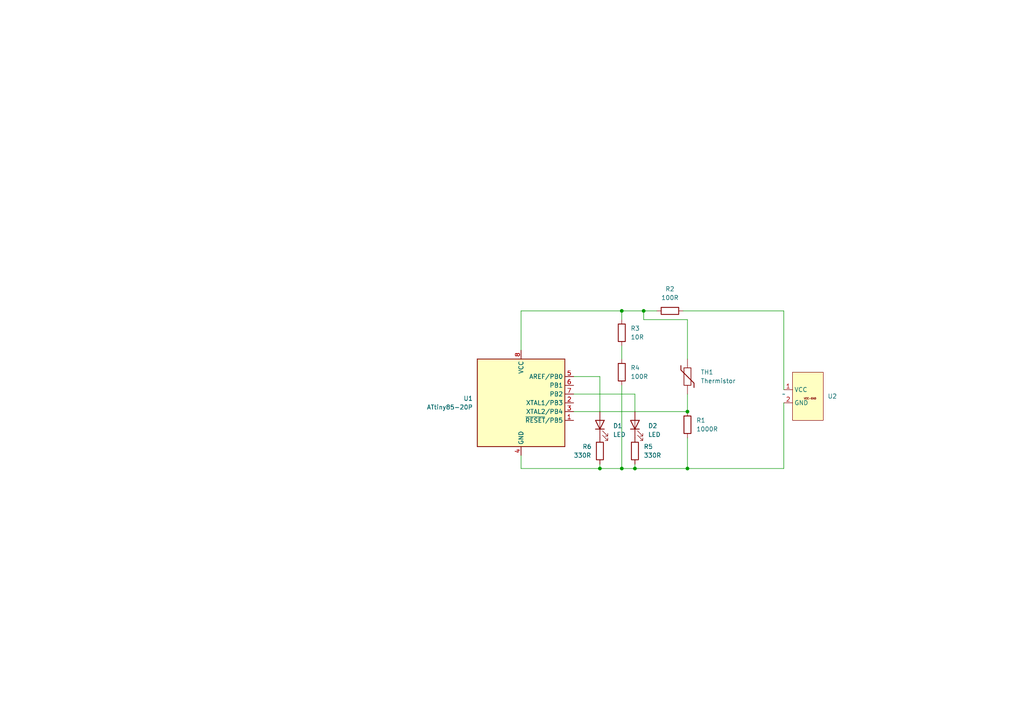
<source format=kicad_sch>
(kicad_sch (version 20230121) (generator eeschema)
  (paper "A4")
  (lib_symbols
    (symbol "Custom_Symbol_Lib:Power-Source"
      (property "Reference" "U" (at 0 0 0))
      (symbol "Power-Source_1_1"
        (rectangle (start 2.54 6.35) (end 11.43 -7.62) (fill (type background)))
        (text "VCC-GND" (at 7.62 -1.27 0) (effects (font (size 0.5 0.5))))
        (pin power_in line (at 0 1.27 0) (length 2.54) (name "VCC") (number "1"))
        (pin power_out line (at 0 -2.54 0) (length 2.54) (name "GND") (number "2"))
      )
    )
    (symbol "Device:LED" (pin_numbers hide) (pin_names (offset 1.016) hide)
      (property "Reference" "D" (at 0 2.54 0))
      (property "Value" "LED" (at 0 -2.54 0))
      (symbol "LED_0_1"
        (polyline (pts (xy -1.27 -1.27) (xy -1.27 1.27)) (stroke (width 0.254)))
        (polyline (pts (xy -1.27 0) (xy 1.27 0)))
        (polyline (pts (xy 1.27 -1.27) (xy 1.27 1.27) (xy -1.27 0) (xy 1.27 -1.27)) (stroke (width 0.254)))
        (polyline (pts (xy -3.048 -0.762) (xy -4.572 -2.286) (xy -3.81 -2.286) (xy -4.572 -2.286) (xy -4.572 -1.524)))
        (polyline (pts (xy -1.778 -0.762) (xy -3.302 -2.286) (xy -2.54 -2.286) (xy -3.302 -2.286) (xy -3.302 -1.524)))
      )
      (symbol "LED_1_1"
        (pin passive line (at -3.81 0 0) (length 2.54) (name "K") (number "1"))
        (pin passive line (at 3.81 0 180) (length 2.54) (name "A") (number "2"))
      )
    )
    (symbol "Device:R" (pin_numbers hide) (pin_names (offset 0))
      (property "Reference" "R" (at 2.032 0 90))
      (property "Value" "R" (at 0 0 90))
      (symbol "R_0_1"
        (rectangle (start -1.016 -2.54) (end 1.016 2.54) (stroke (width 0.254)))
      )
      (symbol "R_1_1"
        (pin passive line (at 0 3.81 270) (length 1.27) (name "~") (number "1"))
        (pin passive line (at 0 -3.81 90) (length 1.27) (name "~") (number "2"))
      )
    )
    (symbol "Device:Thermistor" (pin_numbers hide) (pin_names (offset 0))
      (property "Reference" "TH" (at 2.54 1.27 90))
      (property "Value" "Thermistor" (at -2.54 0 90))
      (symbol "Thermistor_0_1"
        (rectangle (start -1.016 2.54) (end 1.016 -2.54) (stroke (width 0.2032)))
        (polyline (pts (xy -1.905 3.175) (xy -1.905 1.905) (xy 1.905 -1.905) (xy 1.905 -3.175) (xy 1.905 -3.175)) (stroke (width 0.254)))
      )
      (symbol "Thermistor_1_1"
        (pin passive line (at 0 5.08 270) (length 2.54) (name "~") (number "1"))
        (pin passive line (at 0 -5.08 90) (length 2.54) (name "~") (number "2"))
      )
    )
    (symbol "MCU_Microchip_ATtiny:ATtiny85-20P"
      (property "Reference" "U" (at -12.7 13.97 0))
      (property "Value" "ATtiny85-20P" (at 2.54 -13.97 0))
      (symbol "ATtiny85-20P_0_1"
        (rectangle (start -12.7 -12.7) (end 12.7 12.7) (stroke (width 0.254)) (fill (type background)))
      )
      (symbol "ATtiny85-20P_1_1"
        (pin bidirectional line (at 15.24 -5.08 180) (length 2.54) (name "~{RESET}/PB5") (number "1"))
        (pin bidirectional line (at 15.24 0 180) (length 2.54) (name "XTAL1/PB3") (number "2"))
        (pin bidirectional line (at 15.24 -2.54 180) (length 2.54) (name "XTAL2/PB4") (number "3"))
        (pin power_in line (at 0 -15.24 90) (length 2.54) (name "GND") (number "4"))
        (pin bidirectional line (at 15.24 7.62 180) (length 2.54) (name "AREF/PB0") (number "5"))
        (pin bidirectional line (at 15.24 5.08 180) (length 2.54) (name "PB1") (number "6"))
        (pin bidirectional line (at 15.24 2.54 180) (length 2.54) (name "PB2") (number "7"))
        (pin power_in line (at 0 15.24 270) (length 2.54) (name "VCC") (number "8"))
      )
    )
  )
  (junction (at 184.15 135.89))
  (junction (at 199.39 135.89))
  (junction (at 180.34 135.89))
  (junction (at 173.99 135.89))
  (junction (at 186.69 90.17))
  (junction (at 199.39 119.38))
  (junction (at 180.34 90.17))
  (wire (pts (xy 184.15 135.89) (xy 199.39 135.89)))
  (wire (pts (xy 173.99 134.62) (xy 173.99 135.89)))
  (wire (pts (xy 166.37 109.22) (xy 173.99 109.22)))
  (wire (pts (xy 227.33 90.17) (xy 198.12 90.17)))
  (wire (pts (xy 199.39 114.3) (xy 199.39 119.38)))
  (wire (pts (xy 173.99 109.22) (xy 173.99 119.38)))
  (wire (pts (xy 184.15 114.3) (xy 184.15 119.38)))
  (wire (pts (xy 180.34 100.33) (xy 180.34 104.14)))
  (wire (pts (xy 199.39 104.14) (xy 199.39 92.71)))
  (wire (pts (xy 166.37 119.38) (xy 199.39 119.38)))
  (wire (pts (xy 180.34 111.76) (xy 180.34 135.89)))
  (wire (pts (xy 227.33 116.84) (xy 227.33 135.89)))
  (wire (pts (xy 199.39 92.71) (xy 186.69 92.71)))
  (wire (pts (xy 184.15 134.62) (xy 184.15 135.89)))
  (wire (pts (xy 151.13 135.89) (xy 173.99 135.89)))
  (wire (pts (xy 151.13 90.17) (xy 151.13 101.6)))
  (wire (pts (xy 227.33 113.03) (xy 227.33 90.17)))
  (wire (pts (xy 166.37 114.3) (xy 184.15 114.3)))
  (wire (pts (xy 173.99 135.89) (xy 180.34 135.89)))
  (wire (pts (xy 190.5 90.17) (xy 186.69 90.17)))
  (wire (pts (xy 186.69 90.17) (xy 180.34 90.17)))
  (wire (pts (xy 180.34 90.17) (xy 151.13 90.17)))
  (wire (pts (xy 186.69 92.71) (xy 186.69 90.17)))
  (wire (pts (xy 227.33 135.89) (xy 199.39 135.89)))
  (wire (pts (xy 151.13 135.89) (xy 151.13 132.08)))
  (wire (pts (xy 199.39 127) (xy 199.39 135.89)))
  (wire (pts (xy 180.34 135.89) (xy 184.15 135.89)))
  (wire (pts (xy 180.34 90.17) (xy 180.34 92.71)))
  (symbol (lib_id "Device:R") (at 180.34 107.95 0) (unit 1)
    (property "Reference" "R4" (at 182.88 106.68 0) (effects (justify left)))
    (property "Value" "100R" (at 182.88 109.22 0) (effects (justify left)))
    (property "Footprint" "Custom_FP_Lib:Through-Hole Resistor" (effects hide))
  )
  (symbol (lib_id "Custom_Symbol_Lib:Power-Source") (at 227.33 114.3 0) (unit 1)
    (property "Reference" "U2" (at 240.03 114.935 0) (effects (justify left)))
    (property "Value" "~" (at 227.33 114.3 0))
    (property "Footprint" "Custom_FP_Lib:Power-Source" (effects hide))
  )
  (symbol (lib_id "Device:Thermistor") (at 199.39 109.22 0) (unit 1)
    (property "Reference" "TH1" (at 203.2 107.95 0) (effects (justify left)))
    (property "Value" "Thermistor" (at 203.2 110.49 0) (effects (justify left)))
    (property "Footprint" "Custom_FP_Lib:Through-Hole Cap" (effects hide))
  )
  (symbol (lib_id "MCU_Microchip_ATtiny:ATtiny85-20P") (at 151.13 116.84 0) (unit 1)
    (property "Reference" "U1" (at 137.16 115.57 0) (effects (justify right)))
    (property "Value" "ATtiny85-20P" (at 137.16 118.11 0) (effects (justify right)))
    (property "Footprint" "Package_DIP:DIP-8_W7.62mm" (effects hide))
    (property "Datasheet" "http://ww1.microchip.com/downloads/en/DeviceDoc/atmel-2586-avr-8-bit-microcontroller-attiny25-attiny45-attiny85_datasheet.pdf" (effects hide))
  )
  (symbol (lib_id "Device:R") (at 173.99 130.81 0) (unit 1)
    (property "Reference" "R6" (at 168.91 129.54 0) (effects (justify left)))
    (property "Value" "330R" (at 166.37 132.08 0) (effects (justify left)))
    (property "Footprint" "Custom_FP_Lib:Through-Hole Resistor" (effects hide))
  )
  (symbol (lib_id "Device:LED") (at 173.99 123.19 90) (unit 1)
    (property "Reference" "D1" (at 177.8 123.5075 90) (effects (justify right)))
    (property "Value" "LED" (at 177.8 126.0475 90) (effects (justify right)))
    (property "Footprint" "LED_THT:LED_D4.0mm" (effects hide))
  )
  (symbol (lib_id "Device:R") (at 180.34 96.52 0) (unit 1)
    (property "Reference" "R3" (at 182.88 95.25 0) (effects (justify left)))
    (property "Value" "10R" (at 182.88 97.79 0) (effects (justify left)))
    (property "Footprint" "Custom_FP_Lib:Through-Hole Resistor" (effects hide))
  )
  (symbol (lib_id "Device:R") (at 194.31 90.17 90) (unit 1)
    (property "Reference" "R2" (at 194.31 83.82 90))
    (property "Value" "100R" (at 194.31 86.36 90))
    (property "Footprint" "Custom_FP_Lib:Through-Hole Resistor" (effects hide))
  )
  (symbol (lib_id "Device:LED") (at 184.15 123.19 90) (unit 1)
    (property "Reference" "D2" (at 187.96 123.5075 90) (effects (justify right)))
    (property "Value" "LED" (at 187.96 126.0475 90) (effects (justify right)))
    (property "Footprint" "LED_THT:LED_D4.0mm" (effects hide))
  )
  (symbol (lib_id "Device:R") (at 199.39 123.19 0) (unit 1)
    (property "Reference" "R1" (at 201.93 121.92 0) (effects (justify left)))
    (property "Value" "1000R" (at 201.93 124.46 0) (effects (justify left)))
    (property "Footprint" "Custom_FP_Lib:Through-Hole Resistor" (effects hide))
  )
  (symbol (lib_id "Device:R") (at 184.15 130.81 0) (unit 1)
    (property "Reference" "R5" (at 186.69 129.54 0) (effects (justify left)))
    (property "Value" "330R" (at 186.69 132.08 0) (effects (justify left)))
    (property "Footprint" "Custom_FP_Lib:Through-Hole Resistor" (effects hide))
  )
)
</source>
